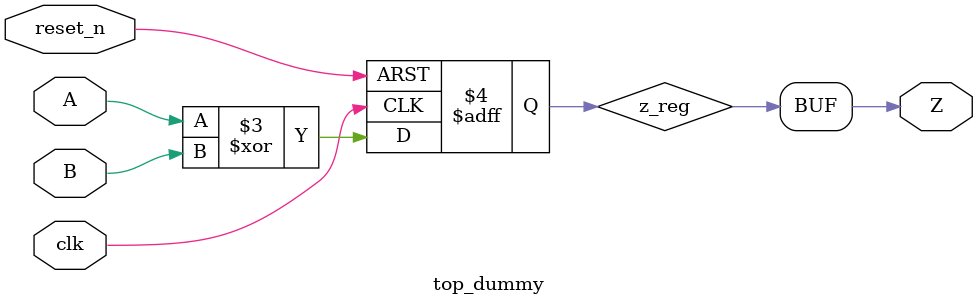
<source format=sv>

module top_dummy(
    input clk,
    input reset_n,
    input A,
    input B,
    output Z
);

reg z_reg;

always_ff@(posedge clk, negedge reset_n) begin
    if(!reset_n) begin
        z_reg <= 1'b0;
    end
    else begin
        z_reg <= A ^ B;
    end
end

assign Z = z_reg;

endmodule
</source>
